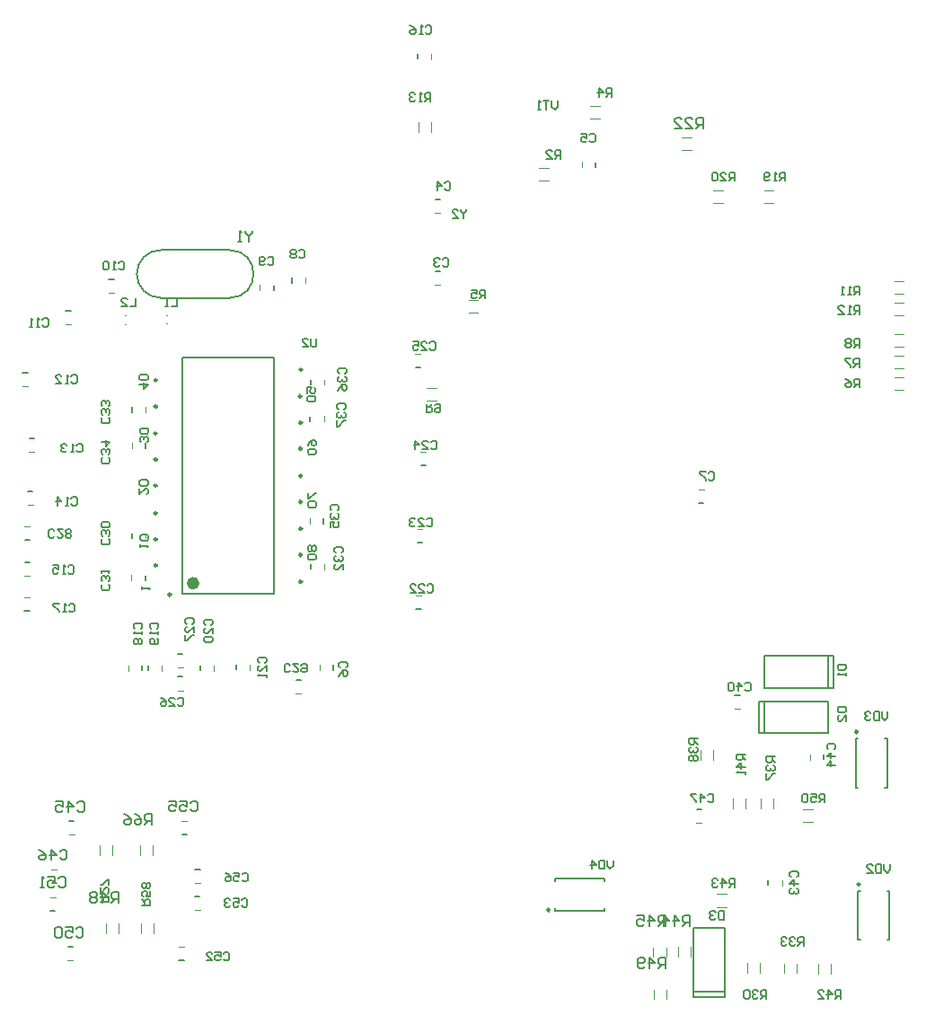
<source format=gbo>
G04 Layer_Color=32896*
%FSLAX43Y43*%
%MOMM*%
G71*
G01*
G75*
%ADD39C,0.200*%
%ADD42C,0.600*%
%ADD45C,0.250*%
%ADD67C,0.100*%
%ADD68C,0.102*%
%ADD71C,0.127*%
%ADD72C,0.152*%
D39*
X125600Y87625D02*
X127100D01*
X125600Y81625D02*
Y87625D01*
Y81625D02*
X128600D01*
Y87625D01*
X127100D02*
X128600D01*
X125600Y81125D02*
X128600D01*
Y81625D01*
X125600Y81125D02*
Y81625D01*
X77447Y141443D02*
X86047D01*
X77447Y119143D02*
X86047D01*
Y141443D01*
X77447Y119143D02*
Y141443D01*
X132300Y110275D02*
Y111775D01*
Y110275D02*
X138300D01*
Y113275D01*
X132300D02*
X138300D01*
X132300Y111775D02*
Y113275D01*
X138800Y110275D02*
Y113275D01*
X138300Y113275D02*
X138800Y113275D01*
X138300Y110275D02*
X138800Y110275D01*
X138275Y107500D02*
Y109000D01*
X132275Y109000D02*
X138275Y109000D01*
X132275Y106000D02*
Y109000D01*
Y106000D02*
X138275Y106000D01*
Y107500D01*
X131775Y106000D02*
Y109000D01*
Y106000D02*
X132275D01*
X131775Y109000D02*
X132275D01*
X141100Y91125D02*
X141100Y86525D01*
X144100D02*
X144100Y91125D01*
X141100D02*
X141325D01*
X141100Y86525D02*
X141325D01*
X143875Y91125D02*
X144100D01*
X143875Y86525D02*
X144100D01*
X140900Y105500D02*
X140900Y100900D01*
X143900D02*
X143900Y105500D01*
X140900D02*
X141125D01*
X140900Y100900D02*
X141125D01*
X143675Y105500D02*
X143900D01*
X143675Y100900D02*
X143900D01*
X112600Y89281D02*
X117200D01*
X112600Y92281D02*
X117200Y92281D01*
X112600Y89281D02*
Y89506D01*
X117200Y89281D02*
Y89506D01*
X112600Y92056D02*
Y92281D01*
X117200Y92056D02*
Y92281D01*
X74574Y97434D02*
Y98434D01*
X74075D01*
X73908Y98267D01*
Y97934D01*
X74075Y97768D01*
X74574D01*
X74241D02*
X73908Y97434D01*
X72908Y98434D02*
X73242Y98267D01*
X73575Y97934D01*
Y97601D01*
X73408Y97434D01*
X73075D01*
X72908Y97601D01*
Y97768D01*
X73075Y97934D01*
X73575D01*
X71909Y98434D02*
X72242Y98267D01*
X72575Y97934D01*
Y97601D01*
X72408Y97434D01*
X72075D01*
X71909Y97601D01*
Y97768D01*
X72075Y97934D01*
X72575D01*
X71399Y90068D02*
Y91068D01*
X70900D01*
X70733Y90901D01*
Y90568D01*
X70900Y90402D01*
X71399D01*
X71066D02*
X70733Y90068D01*
X69900D02*
Y91068D01*
X70400Y90568D01*
X69733D01*
X69400Y90901D02*
X69233Y91068D01*
X68900D01*
X68734Y90901D01*
Y90735D01*
X68900Y90568D01*
X68734Y90402D01*
Y90235D01*
X68900Y90068D01*
X69233D01*
X69400Y90235D01*
Y90402D01*
X69233Y90568D01*
X69400Y90735D01*
Y90901D01*
X69233Y90568D02*
X68900D01*
X78172Y99462D02*
X78339Y99629D01*
X78672D01*
X78839Y99462D01*
Y98796D01*
X78672Y98629D01*
X78339D01*
X78172Y98796D01*
X77173Y99629D02*
X77839D01*
Y99129D01*
X77506Y99295D01*
X77339D01*
X77173Y99129D01*
Y98796D01*
X77339Y98629D01*
X77673D01*
X77839Y98796D01*
X76173Y99629D02*
X76839D01*
Y99129D01*
X76506Y99295D01*
X76340D01*
X76173Y99129D01*
Y98796D01*
X76340Y98629D01*
X76673D01*
X76839Y98796D01*
X65753Y92283D02*
X65920Y92450D01*
X66253D01*
X66420Y92283D01*
Y91617D01*
X66253Y91450D01*
X65920D01*
X65753Y91617D01*
X64754Y92450D02*
X65420D01*
Y91950D01*
X65087Y92117D01*
X64920D01*
X64754Y91950D01*
Y91617D01*
X64920Y91450D01*
X65254D01*
X65420Y91617D01*
X64420Y91450D02*
X64087D01*
X64254D01*
Y92450D01*
X64420Y92283D01*
X67404Y87598D02*
X67571Y87765D01*
X67904D01*
X68071Y87598D01*
Y86932D01*
X67904Y86765D01*
X67571D01*
X67404Y86932D01*
X66405Y87765D02*
X67071D01*
Y87265D01*
X66738Y87432D01*
X66571D01*
X66405Y87265D01*
Y86932D01*
X66571Y86765D01*
X66905D01*
X67071Y86932D01*
X66071Y87598D02*
X65905Y87765D01*
X65572D01*
X65405Y87598D01*
Y86932D01*
X65572Y86765D01*
X65905D01*
X66071Y86932D01*
Y87598D01*
X65882Y94890D02*
X66049Y95057D01*
X66382D01*
X66549Y94890D01*
Y94224D01*
X66382Y94057D01*
X66049D01*
X65882Y94224D01*
X65049Y94057D02*
Y95057D01*
X65549Y94557D01*
X64883D01*
X63883Y95057D02*
X64216Y94890D01*
X64549Y94557D01*
Y94224D01*
X64383Y94057D01*
X64050D01*
X63883Y94224D01*
Y94390D01*
X64050Y94557D01*
X64549D01*
X67530Y99450D02*
X67696Y99617D01*
X68030D01*
X68196Y99450D01*
Y98784D01*
X68030Y98617D01*
X67696D01*
X67530Y98784D01*
X66697Y98617D02*
Y99617D01*
X67197Y99117D01*
X66530D01*
X65530Y99617D02*
X66197D01*
Y99117D01*
X65864Y99284D01*
X65697D01*
X65530Y99117D01*
Y98784D01*
X65697Y98617D01*
X66030D01*
X66197Y98784D01*
X84008Y153332D02*
Y153166D01*
X83675Y152833D01*
X83342Y153166D01*
Y153332D01*
X83675Y152833D02*
Y152333D01*
X83008D02*
X82675D01*
X82842D01*
Y153332D01*
X83008Y153166D01*
X106000Y147000D02*
Y147800D01*
X105600D01*
X105467Y147666D01*
Y147400D01*
X105600Y147267D01*
X106000D01*
X105733D02*
X105467Y147000D01*
X104667Y147800D02*
X105200D01*
Y147400D01*
X104934Y147533D01*
X104800D01*
X104667Y147400D01*
Y147133D01*
X104800Y147000D01*
X105067D01*
X105200Y147133D01*
X73025Y147028D02*
Y146228D01*
X72492D01*
X71692D02*
X72225D01*
X71692Y146761D01*
Y146894D01*
X71825Y147028D01*
X72092D01*
X72225Y146894D01*
X76911Y147053D02*
Y146253D01*
X76378D01*
X76111D02*
X75845D01*
X75978D01*
Y147053D01*
X76111Y146920D01*
X77834Y116317D02*
X77700Y116450D01*
Y116717D01*
X77834Y116850D01*
X78367D01*
X78500Y116717D01*
Y116450D01*
X78367Y116317D01*
X78500Y115517D02*
Y116050D01*
X77967Y115517D01*
X77834D01*
X77700Y115650D01*
Y115917D01*
X77834Y116050D01*
X77700Y115251D02*
Y114717D01*
X77834D01*
X78367Y115251D01*
X78500D01*
X76992Y109241D02*
X77125Y109375D01*
X77392D01*
X77525Y109241D01*
Y108708D01*
X77392Y108575D01*
X77125D01*
X76992Y108708D01*
X76192Y108575D02*
X76725D01*
X76192Y109108D01*
Y109241D01*
X76325Y109375D01*
X76592D01*
X76725Y109241D01*
X75392Y109375D02*
X75659Y109241D01*
X75926Y108975D01*
Y108708D01*
X75792Y108575D01*
X75526D01*
X75392Y108708D01*
Y108842D01*
X75526Y108975D01*
X75926D01*
X104216Y155384D02*
Y155251D01*
X103950Y154984D01*
X103683Y155251D01*
Y155384D01*
X103950Y154984D02*
Y154584D01*
X102883D02*
X103416D01*
X102883Y155118D01*
Y155251D01*
X103017Y155384D01*
X103283D01*
X103416Y155251D01*
X66967Y128141D02*
X67100Y128275D01*
X67367D01*
X67500Y128141D01*
Y127608D01*
X67367Y127475D01*
X67100D01*
X66967Y127608D01*
X66700Y127475D02*
X66434D01*
X66567D01*
Y128275D01*
X66700Y128141D01*
X65634Y127475D02*
Y128275D01*
X66034Y127875D01*
X65501D01*
X92309Y112192D02*
X92175Y112325D01*
Y112592D01*
X92309Y112725D01*
X92842D01*
X92975Y112592D01*
Y112325D01*
X92842Y112192D01*
X92175Y111392D02*
X92309Y111659D01*
X92575Y111925D01*
X92842D01*
X92975Y111792D01*
Y111525D01*
X92842Y111392D01*
X92708D01*
X92575Y111525D01*
Y111925D01*
X113081Y160172D02*
Y160972D01*
X112681D01*
X112548Y160839D01*
Y160572D01*
X112681Y160439D01*
X113081D01*
X112814D02*
X112548Y160172D01*
X111748D02*
X112281D01*
X111748Y160706D01*
Y160839D01*
X111881Y160972D01*
X112148D01*
X112281Y160839D01*
X73625Y89800D02*
X74425D01*
Y90200D01*
X74291Y90333D01*
X74025D01*
X73892Y90200D01*
Y89800D01*
Y90067D02*
X73625Y90333D01*
X74425Y91133D02*
Y90600D01*
X74025D01*
X74158Y90866D01*
Y91000D01*
X74025Y91133D01*
X73758D01*
X73625Y91000D01*
Y90733D01*
X73758Y90600D01*
X74291Y91399D02*
X74425Y91533D01*
Y91799D01*
X74291Y91933D01*
X74158D01*
X74025Y91799D01*
X73892Y91933D01*
X73758D01*
X73625Y91799D01*
Y91533D01*
X73758Y91399D01*
X73892D01*
X74025Y91533D01*
X74158Y91399D01*
X74291D01*
X74025Y91533D02*
Y91799D01*
X138000Y99500D02*
Y100300D01*
X137600D01*
X137467Y100166D01*
Y99900D01*
X137600Y99767D01*
X138000D01*
X137733D02*
X137467Y99500D01*
X136667Y100300D02*
X137200D01*
Y99900D01*
X136934Y100033D01*
X136800D01*
X136667Y99900D01*
Y99633D01*
X136800Y99500D01*
X137067D01*
X137200Y99633D01*
X136401Y100166D02*
X136267Y100300D01*
X136001D01*
X135867Y100166D01*
Y99633D01*
X136001Y99500D01*
X136267D01*
X136401Y99633D01*
Y100166D01*
X129500Y91500D02*
Y92300D01*
X129100D01*
X128967Y92166D01*
Y91900D01*
X129100Y91767D01*
X129500D01*
X129233D02*
X128967Y91500D01*
X128300D02*
Y92300D01*
X128700Y91900D01*
X128167D01*
X127901Y92166D02*
X127767Y92300D01*
X127501D01*
X127367Y92166D01*
Y92033D01*
X127501Y91900D01*
X127634D01*
X127501D01*
X127367Y91767D01*
Y91633D01*
X127501Y91500D01*
X127767D01*
X127901Y91633D01*
X139500Y81000D02*
Y81800D01*
X139100D01*
X138967Y81666D01*
Y81400D01*
X139100Y81267D01*
X139500D01*
X139233D02*
X138967Y81000D01*
X138300D02*
Y81800D01*
X138700Y81400D01*
X138167D01*
X137367Y81000D02*
X137901D01*
X137367Y81533D01*
Y81666D01*
X137501Y81800D01*
X137767D01*
X137901Y81666D01*
X130500Y104000D02*
X129700D01*
Y103600D01*
X129834Y103467D01*
X130100D01*
X130233Y103600D01*
Y104000D01*
Y103733D02*
X130500Y103467D01*
Y102800D02*
X129700D01*
X130100Y103200D01*
Y102667D01*
X130500Y102401D02*
Y102134D01*
Y102267D01*
X129700D01*
X129834Y102401D01*
X136000Y86000D02*
Y86800D01*
X135600D01*
X135467Y86666D01*
Y86400D01*
X135600Y86267D01*
X136000D01*
X135733D02*
X135467Y86000D01*
X135200Y86666D02*
X135067Y86800D01*
X134800D01*
X134667Y86666D01*
Y86533D01*
X134800Y86400D01*
X134934D01*
X134800D01*
X134667Y86267D01*
Y86133D01*
X134800Y86000D01*
X135067D01*
X135200Y86133D01*
X134401Y86666D02*
X134267Y86800D01*
X134001D01*
X133867Y86666D01*
Y86533D01*
X134001Y86400D01*
X134134D01*
X134001D01*
X133867Y86267D01*
Y86133D01*
X134001Y86000D01*
X134267D01*
X134401Y86133D01*
X100838Y165583D02*
Y166382D01*
X100438D01*
X100305Y166249D01*
Y165982D01*
X100438Y165849D01*
X100838D01*
X100571D02*
X100305Y165583D01*
X100038D02*
X99772D01*
X99905D01*
Y166382D01*
X100038Y166249D01*
X99372D02*
X99239Y166382D01*
X98972D01*
X98839Y166249D01*
Y166116D01*
X98972Y165982D01*
X99105D01*
X98972D01*
X98839Y165849D01*
Y165716D01*
X98972Y165583D01*
X99239D01*
X99372Y165716D01*
X126000Y105500D02*
X125200D01*
Y105100D01*
X125334Y104967D01*
X125600D01*
X125733Y105100D01*
Y105500D01*
Y105233D02*
X126000Y104967D01*
X125334Y104700D02*
X125200Y104567D01*
Y104300D01*
X125334Y104167D01*
X125467D01*
X125600Y104300D01*
Y104434D01*
Y104300D01*
X125733Y104167D01*
X125867D01*
X126000Y104300D01*
Y104567D01*
X125867Y104700D01*
X125334Y103901D02*
X125200Y103767D01*
Y103501D01*
X125334Y103367D01*
X125467D01*
X125600Y103501D01*
X125733Y103367D01*
X125867D01*
X126000Y103501D01*
Y103767D01*
X125867Y103901D01*
X125733D01*
X125600Y103767D01*
X125467Y103901D01*
X125334D01*
X125600Y103767D02*
Y103501D01*
X133300Y103800D02*
X132500D01*
Y103400D01*
X132634Y103267D01*
X132900D01*
X133033Y103400D01*
Y103800D01*
Y103533D02*
X133300Y103267D01*
X132634Y103000D02*
X132500Y102867D01*
Y102600D01*
X132634Y102467D01*
X132767D01*
X132900Y102600D01*
Y102734D01*
Y102600D01*
X133033Y102467D01*
X133167D01*
X133300Y102600D01*
Y102867D01*
X133167Y103000D01*
X132500Y102201D02*
Y101667D01*
X132634D01*
X133167Y102201D01*
X133300D01*
X132500Y81000D02*
Y81800D01*
X132100D01*
X131967Y81666D01*
Y81400D01*
X132100Y81267D01*
X132500D01*
X132233D02*
X131967Y81000D01*
X131700Y81666D02*
X131567Y81800D01*
X131300D01*
X131167Y81666D01*
Y81533D01*
X131300Y81400D01*
X131434D01*
X131300D01*
X131167Y81267D01*
Y81133D01*
X131300Y81000D01*
X131567D01*
X131700Y81133D01*
X130901Y81666D02*
X130767Y81800D01*
X130501D01*
X130367Y81666D01*
Y81133D01*
X130501Y81000D01*
X130767D01*
X130901Y81133D01*
Y81666D01*
X69725Y90100D02*
X70525D01*
Y90500D01*
X70391Y90633D01*
X70125D01*
X69992Y90500D01*
Y90100D01*
Y90367D02*
X69725Y90633D01*
Y91433D02*
Y90900D01*
X70258Y91433D01*
X70391D01*
X70525Y91300D01*
Y91033D01*
X70391Y90900D01*
X70525Y91699D02*
Y92233D01*
X70391D01*
X69858Y91699D01*
X69725D01*
X115824Y162388D02*
X115958Y162522D01*
X116224D01*
X116357Y162388D01*
Y161855D01*
X116224Y161722D01*
X115958D01*
X115824Y161855D01*
X115024Y162522D02*
X115558D01*
Y162122D01*
X115291Y162255D01*
X115158D01*
X115024Y162122D01*
Y161855D01*
X115158Y161722D01*
X115424D01*
X115558Y161855D01*
X83067Y92716D02*
X83200Y92850D01*
X83467D01*
X83600Y92716D01*
Y92183D01*
X83467Y92050D01*
X83200D01*
X83067Y92183D01*
X82267Y92850D02*
X82800D01*
Y92450D01*
X82534Y92583D01*
X82400D01*
X82267Y92450D01*
Y92183D01*
X82400Y92050D01*
X82667D01*
X82800Y92183D01*
X81467Y92850D02*
X81734Y92716D01*
X82001Y92450D01*
Y92183D01*
X81867Y92050D01*
X81601D01*
X81467Y92183D01*
Y92317D01*
X81601Y92450D01*
X82001D01*
X83017Y90291D02*
X83150Y90425D01*
X83417D01*
X83550Y90291D01*
Y89758D01*
X83417Y89625D01*
X83150D01*
X83017Y89758D01*
X82217Y90425D02*
X82750D01*
Y90025D01*
X82484Y90158D01*
X82350D01*
X82217Y90025D01*
Y89758D01*
X82350Y89625D01*
X82617D01*
X82750Y89758D01*
X81951Y90291D02*
X81817Y90425D01*
X81551D01*
X81417Y90291D01*
Y90158D01*
X81551Y90025D01*
X81684D01*
X81551D01*
X81417Y89892D01*
Y89758D01*
X81551Y89625D01*
X81817D01*
X81951Y89758D01*
X81317Y85241D02*
X81450Y85375D01*
X81717D01*
X81850Y85241D01*
Y84708D01*
X81717Y84575D01*
X81450D01*
X81317Y84708D01*
X80517Y85375D02*
X81050D01*
Y84975D01*
X80784Y85108D01*
X80650D01*
X80517Y84975D01*
Y84708D01*
X80650Y84575D01*
X80917D01*
X81050Y84708D01*
X79717Y84575D02*
X80251D01*
X79717Y85108D01*
Y85241D01*
X79851Y85375D01*
X80117D01*
X80251Y85241D01*
X126967Y100166D02*
X127100Y100300D01*
X127367D01*
X127500Y100166D01*
Y99633D01*
X127367Y99500D01*
X127100D01*
X126967Y99633D01*
X126300Y99500D02*
Y100300D01*
X126700Y99900D01*
X126167D01*
X125901Y100300D02*
X125367D01*
Y100166D01*
X125901Y99633D01*
Y99500D01*
X100356Y172599D02*
X100489Y172732D01*
X100756D01*
X100889Y172599D01*
Y172066D01*
X100756Y171933D01*
X100489D01*
X100356Y172066D01*
X100089Y171933D02*
X99822D01*
X99956D01*
Y172732D01*
X100089Y172599D01*
X98889Y172732D02*
X99156Y172599D01*
X99423Y172332D01*
Y172066D01*
X99289Y171933D01*
X99023D01*
X98889Y172066D01*
Y172199D01*
X99023Y172332D01*
X99423D01*
X134834Y92467D02*
X134700Y92600D01*
Y92867D01*
X134834Y93000D01*
X135367D01*
X135500Y92867D01*
Y92600D01*
X135367Y92467D01*
X135500Y91800D02*
X134700D01*
X135100Y92200D01*
Y91667D01*
X134834Y91401D02*
X134700Y91267D01*
Y91001D01*
X134834Y90867D01*
X134967D01*
X135100Y91001D01*
Y91134D01*
Y91001D01*
X135233Y90867D01*
X135367D01*
X135500Y91001D01*
Y91267D01*
X135367Y91401D01*
X138334Y104467D02*
X138200Y104600D01*
Y104867D01*
X138334Y105000D01*
X138867D01*
X139000Y104867D01*
Y104600D01*
X138867Y104467D01*
X139000Y103800D02*
X138200D01*
X138600Y104200D01*
Y103667D01*
X139000Y103001D02*
X138200D01*
X138600Y103401D01*
Y102867D01*
X130467Y110666D02*
X130600Y110800D01*
X130867D01*
X131000Y110666D01*
Y110133D01*
X130867Y110000D01*
X130600D01*
X130467Y110133D01*
X129800Y110000D02*
Y110800D01*
X130200Y110400D01*
X129667D01*
X129401Y110666D02*
X129267Y110800D01*
X129001D01*
X128867Y110666D01*
Y110133D01*
X129001Y110000D01*
X129267D01*
X129401Y110133D01*
Y110666D01*
X102159Y157867D02*
X102292Y158000D01*
X102559D01*
X102692Y157867D01*
Y157334D01*
X102559Y157201D01*
X102292D01*
X102159Y157334D01*
X101493Y157201D02*
Y158000D01*
X101892Y157600D01*
X101359D01*
X101967Y150666D02*
X102100Y150800D01*
X102367D01*
X102500Y150666D01*
Y150133D01*
X102367Y150000D01*
X102100D01*
X101967Y150133D01*
X101700Y150666D02*
X101567Y150800D01*
X101300D01*
X101167Y150666D01*
Y150533D01*
X101300Y150400D01*
X101434D01*
X101300D01*
X101167Y150267D01*
Y150133D01*
X101300Y150000D01*
X101567D01*
X101700Y150133D01*
X118034Y94018D02*
Y93485D01*
X117767Y93218D01*
X117501Y93485D01*
Y94018D01*
X117234D02*
Y93218D01*
X116834D01*
X116701Y93351D01*
Y93884D01*
X116834Y94018D01*
X117234D01*
X116034Y93218D02*
Y94018D01*
X116434Y93618D01*
X115901D01*
X143916Y108039D02*
Y107505D01*
X143650Y107239D01*
X143383Y107505D01*
Y108039D01*
X143117D02*
Y107239D01*
X142717D01*
X142583Y107372D01*
Y107905D01*
X142717Y108039D01*
X143117D01*
X142317Y107905D02*
X142184Y108039D01*
X141917D01*
X141784Y107905D01*
Y107772D01*
X141917Y107639D01*
X142050D01*
X141917D01*
X141784Y107505D01*
Y107372D01*
X141917Y107239D01*
X142184D01*
X142317Y107372D01*
X144120Y93662D02*
Y93129D01*
X143853Y92862D01*
X143586Y93129D01*
Y93662D01*
X143320D02*
Y92862D01*
X142920D01*
X142787Y92996D01*
Y93529D01*
X142920Y93662D01*
X143320D01*
X141987Y92862D02*
X142520D01*
X141987Y93396D01*
Y93529D01*
X142120Y93662D01*
X142387D01*
X142520Y93529D01*
X139200Y108500D02*
X140000D01*
Y108100D01*
X139867Y107967D01*
X139334D01*
X139200Y108100D01*
Y108500D01*
X140000Y107167D02*
Y107700D01*
X139467Y107167D01*
X139334D01*
X139200Y107300D01*
Y107567D01*
X139334Y107700D01*
X139200Y112500D02*
X140000D01*
Y112100D01*
X139867Y111967D01*
X139334D01*
X139200Y112100D01*
Y112500D01*
X140000Y111700D02*
Y111434D01*
Y111567D01*
X139200D01*
X139334Y111700D01*
X100754Y142779D02*
X100888Y142912D01*
X101154D01*
X101287Y142779D01*
Y142246D01*
X101154Y142113D01*
X100888D01*
X100754Y142246D01*
X99955Y142113D02*
X100488D01*
X99955Y142646D01*
Y142779D01*
X100088Y142912D01*
X100354D01*
X100488Y142779D01*
X99155Y142912D02*
X99688D01*
Y142512D01*
X99421Y142646D01*
X99288D01*
X99155Y142512D01*
Y142246D01*
X99288Y142113D01*
X99555D01*
X99688Y142246D01*
X100867Y133441D02*
X101000Y133575D01*
X101267D01*
X101400Y133441D01*
Y132908D01*
X101267Y132775D01*
X101000D01*
X100867Y132908D01*
X100067Y132775D02*
X100600D01*
X100067Y133308D01*
Y133441D01*
X100200Y133575D01*
X100467D01*
X100600Y133441D01*
X99401Y132775D02*
Y133575D01*
X99801Y133175D01*
X99267D01*
X100467Y126166D02*
X100600Y126300D01*
X100867D01*
X101000Y126166D01*
Y125633D01*
X100867Y125500D01*
X100600D01*
X100467Y125633D01*
X99667Y125500D02*
X100200D01*
X99667Y126033D01*
Y126166D01*
X99800Y126300D01*
X100067D01*
X100200Y126166D01*
X99401D02*
X99267Y126300D01*
X99001D01*
X98867Y126166D01*
Y126033D01*
X99001Y125900D01*
X99134D01*
X99001D01*
X98867Y125767D01*
Y125633D01*
X99001Y125500D01*
X99267D01*
X99401Y125633D01*
X100517Y119916D02*
X100650Y120050D01*
X100917D01*
X101050Y119916D01*
Y119383D01*
X100917Y119250D01*
X100650D01*
X100517Y119383D01*
X99717Y119250D02*
X100250D01*
X99717Y119783D01*
Y119916D01*
X99850Y120050D01*
X100117D01*
X100250Y119916D01*
X98917Y119250D02*
X99451D01*
X98917Y119783D01*
Y119916D01*
X99051Y120050D01*
X99317D01*
X99451Y119916D01*
X84684Y112642D02*
X84550Y112775D01*
Y113042D01*
X84684Y113175D01*
X85217D01*
X85350Y113042D01*
Y112775D01*
X85217Y112642D01*
X85350Y111842D02*
Y112375D01*
X84817Y111842D01*
X84684D01*
X84550Y111975D01*
Y112242D01*
X84684Y112375D01*
X85350Y111576D02*
Y111309D01*
Y111442D01*
X84550D01*
X84684Y111576D01*
X79634Y116192D02*
X79500Y116325D01*
Y116592D01*
X79634Y116725D01*
X80167D01*
X80300Y116592D01*
Y116325D01*
X80167Y116192D01*
X80300Y115392D02*
Y115925D01*
X79767Y115392D01*
X79634D01*
X79500Y115525D01*
Y115792D01*
X79634Y115925D01*
Y115126D02*
X79500Y114992D01*
Y114726D01*
X79634Y114592D01*
X80167D01*
X80300Y114726D01*
Y114992D01*
X80167Y115126D01*
X79634D01*
X74509Y115867D02*
X74375Y116000D01*
Y116267D01*
X74509Y116400D01*
X75042D01*
X75175Y116267D01*
Y116000D01*
X75042Y115867D01*
X75175Y115600D02*
Y115334D01*
Y115467D01*
X74375D01*
X74509Y115600D01*
X75042Y114934D02*
X75175Y114801D01*
Y114534D01*
X75042Y114401D01*
X74509D01*
X74375Y114534D01*
Y114801D01*
X74509Y114934D01*
X74642D01*
X74775Y114801D01*
Y114401D01*
X72984Y115842D02*
X72850Y115975D01*
Y116242D01*
X72984Y116375D01*
X73517D01*
X73650Y116242D01*
Y115975D01*
X73517Y115842D01*
X73650Y115575D02*
Y115309D01*
Y115442D01*
X72850D01*
X72984Y115575D01*
Y114909D02*
X72850Y114776D01*
Y114509D01*
X72984Y114376D01*
X73117D01*
X73250Y114509D01*
X73383Y114376D01*
X73517D01*
X73650Y114509D01*
Y114776D01*
X73517Y114909D01*
X73383D01*
X73250Y114776D01*
X73117Y114909D01*
X72984D01*
X73250Y114776D02*
Y114509D01*
X66742Y118091D02*
X66875Y118225D01*
X67142D01*
X67275Y118091D01*
Y117558D01*
X67142Y117425D01*
X66875D01*
X66742Y117558D01*
X66475Y117425D02*
X66209D01*
X66342D01*
Y118225D01*
X66475Y118091D01*
X65809Y118225D02*
X65276D01*
Y118091D01*
X65809Y117558D01*
Y117425D01*
X66667Y121716D02*
X66800Y121850D01*
X67067D01*
X67200Y121716D01*
Y121183D01*
X67067Y121050D01*
X66800D01*
X66667Y121183D01*
X66400Y121050D02*
X66134D01*
X66267D01*
Y121850D01*
X66400Y121716D01*
X65201Y121850D02*
X65734D01*
Y121450D01*
X65467Y121583D01*
X65334D01*
X65201Y121450D01*
Y121183D01*
X65334Y121050D01*
X65601D01*
X65734Y121183D01*
X67467Y133166D02*
X67600Y133300D01*
X67867D01*
X68000Y133166D01*
Y132633D01*
X67867Y132500D01*
X67600D01*
X67467Y132633D01*
X67200Y132500D02*
X66934D01*
X67067D01*
Y133300D01*
X67200Y133166D01*
X66534D02*
X66401Y133300D01*
X66134D01*
X66001Y133166D01*
Y133033D01*
X66134Y132900D01*
X66267D01*
X66134D01*
X66001Y132767D01*
Y132633D01*
X66134Y132500D01*
X66401D01*
X66534Y132633D01*
X66967Y139666D02*
X67100Y139800D01*
X67367D01*
X67500Y139666D01*
Y139133D01*
X67367Y139000D01*
X67100D01*
X66967Y139133D01*
X66700Y139000D02*
X66434D01*
X66567D01*
Y139800D01*
X66700Y139666D01*
X65501Y139000D02*
X66034D01*
X65501Y139533D01*
Y139666D01*
X65634Y139800D01*
X65901D01*
X66034Y139666D01*
X64242Y144991D02*
X64375Y145125D01*
X64642D01*
X64775Y144991D01*
Y144458D01*
X64642Y144325D01*
X64375D01*
X64242Y144458D01*
X63975Y144325D02*
X63709D01*
X63842D01*
Y145125D01*
X63975Y144991D01*
X63309Y144325D02*
X63042D01*
X63176D01*
Y145125D01*
X63309Y144991D01*
X71425Y150349D02*
X71558Y150482D01*
X71825D01*
X71958Y150349D01*
Y149815D01*
X71825Y149682D01*
X71558D01*
X71425Y149815D01*
X71158Y149682D02*
X70892D01*
X71025D01*
Y150482D01*
X71158Y150349D01*
X70492D02*
X70359Y150482D01*
X70092D01*
X69959Y150349D01*
Y149815D01*
X70092Y149682D01*
X70359D01*
X70492Y149815D01*
Y150349D01*
X85471Y150780D02*
X85605Y150914D01*
X85871D01*
X86004Y150780D01*
Y150247D01*
X85871Y150114D01*
X85605D01*
X85471Y150247D01*
X85205D02*
X85071Y150114D01*
X84805D01*
X84672Y150247D01*
Y150780D01*
X84805Y150914D01*
X85071D01*
X85205Y150780D01*
Y150647D01*
X85071Y150514D01*
X84672D01*
X88418Y151466D02*
X88551Y151600D01*
X88818D01*
X88951Y151466D01*
Y150933D01*
X88818Y150800D01*
X88551D01*
X88418Y150933D01*
X88151Y151466D02*
X88018Y151600D01*
X87751D01*
X87618Y151466D01*
Y151333D01*
X87751Y151200D01*
X87618Y151066D01*
Y150933D01*
X87751Y150800D01*
X88018D01*
X88151Y150933D01*
Y151066D01*
X88018Y151200D01*
X88151Y151333D01*
Y151466D01*
X88018Y151200D02*
X87751D01*
X127026Y130511D02*
X127159Y130645D01*
X127426D01*
X127559Y130511D01*
Y129978D01*
X127426Y129845D01*
X127159D01*
X127026Y129978D01*
X126759Y130645D02*
X126226D01*
Y130511D01*
X126759Y129978D01*
Y129845D01*
X141275Y145525D02*
Y146325D01*
X140875D01*
X140742Y146191D01*
Y145925D01*
X140875Y145792D01*
X141275D01*
X141008D02*
X140742Y145525D01*
X140475D02*
X140209D01*
X140342D01*
Y146325D01*
X140475Y146191D01*
X139276Y145525D02*
X139809D01*
X139276Y146058D01*
Y146191D01*
X139409Y146325D01*
X139676D01*
X139809Y146191D01*
X141275Y147325D02*
Y148125D01*
X140875D01*
X140742Y147991D01*
Y147725D01*
X140875Y147592D01*
X141275D01*
X141008D02*
X140742Y147325D01*
X140475D02*
X140209D01*
X140342D01*
Y148125D01*
X140475Y147991D01*
X139809Y147325D02*
X139542D01*
X139676D01*
Y148125D01*
X139809Y147991D01*
X141250Y140525D02*
Y141325D01*
X140850D01*
X140717Y141191D01*
Y140925D01*
X140850Y140792D01*
X141250D01*
X140983D02*
X140717Y140525D01*
X140450Y141325D02*
X139917D01*
Y141191D01*
X140450Y140658D01*
Y140525D01*
X141275Y138625D02*
Y139425D01*
X140875D01*
X140742Y139291D01*
Y139025D01*
X140875Y138892D01*
X141275D01*
X141008D02*
X140742Y138625D01*
X139942Y139425D02*
X140209Y139291D01*
X140475Y139025D01*
Y138758D01*
X140342Y138625D01*
X140075D01*
X139942Y138758D01*
Y138892D01*
X140075Y139025D01*
X140475D01*
X141275Y142375D02*
Y143175D01*
X140875D01*
X140742Y143041D01*
Y142775D01*
X140875Y142642D01*
X141275D01*
X141008D02*
X140742Y142375D01*
X140475Y143041D02*
X140342Y143175D01*
X140075D01*
X139942Y143041D01*
Y142908D01*
X140075Y142775D01*
X139942Y142642D01*
Y142508D01*
X140075Y142375D01*
X140342D01*
X140475Y142508D01*
Y142642D01*
X140342Y142775D01*
X140475Y142908D01*
Y143041D01*
X140342Y142775D02*
X140075D01*
X91909Y123017D02*
X91775Y123150D01*
Y123417D01*
X91909Y123550D01*
X92442D01*
X92575Y123417D01*
Y123150D01*
X92442Y123017D01*
X91909Y122750D02*
X91775Y122617D01*
Y122350D01*
X91909Y122217D01*
X92042D01*
X92175Y122350D01*
Y122484D01*
Y122350D01*
X92308Y122217D01*
X92442D01*
X92575Y122350D01*
Y122617D01*
X92442Y122750D01*
X92575Y121417D02*
Y121951D01*
X92042Y121417D01*
X91909D01*
X91775Y121551D01*
Y121817D01*
X91909Y121951D01*
X92159Y136542D02*
X92025Y136675D01*
Y136942D01*
X92159Y137075D01*
X92692D01*
X92825Y136942D01*
Y136675D01*
X92692Y136542D01*
X92159Y136275D02*
X92025Y136142D01*
Y135875D01*
X92159Y135742D01*
X92292D01*
X92425Y135875D01*
Y136009D01*
Y135875D01*
X92558Y135742D01*
X92692D01*
X92825Y135875D01*
Y136142D01*
X92692Y136275D01*
X92025Y135476D02*
Y134942D01*
X92159D01*
X92692Y135476D01*
X92825D01*
X92234Y139917D02*
X92100Y140050D01*
Y140317D01*
X92234Y140450D01*
X92767D01*
X92900Y140317D01*
Y140050D01*
X92767Y139917D01*
X92234Y139650D02*
X92100Y139517D01*
Y139250D01*
X92234Y139117D01*
X92367D01*
X92500Y139250D01*
Y139384D01*
Y139250D01*
X92633Y139117D01*
X92767D01*
X92900Y139250D01*
Y139517D01*
X92767Y139650D01*
X92100Y138317D02*
X92234Y138584D01*
X92500Y138851D01*
X92767D01*
X92900Y138717D01*
Y138451D01*
X92767Y138317D01*
X92633D01*
X92500Y138451D01*
Y138851D01*
X129489Y158064D02*
Y158864D01*
X129089D01*
X128956Y158731D01*
Y158464D01*
X129089Y158331D01*
X129489D01*
X129223D02*
X128956Y158064D01*
X128156D02*
X128689D01*
X128156Y158597D01*
Y158731D01*
X128290Y158864D01*
X128556D01*
X128689Y158731D01*
X127890D02*
X127756Y158864D01*
X127490D01*
X127357Y158731D01*
Y158197D01*
X127490Y158064D01*
X127756D01*
X127890Y158197D01*
Y158731D01*
X134264Y158064D02*
Y158864D01*
X133865D01*
X133731Y158731D01*
Y158464D01*
X133865Y158331D01*
X134264D01*
X133998D02*
X133731Y158064D01*
X133465D02*
X133198D01*
X133331D01*
Y158864D01*
X133465Y158731D01*
X132798Y158197D02*
X132665Y158064D01*
X132398D01*
X132265Y158197D01*
Y158731D01*
X132398Y158864D01*
X132665D01*
X132798Y158731D01*
Y158597D01*
X132665Y158464D01*
X132265D01*
X100425Y137047D02*
Y136247D01*
X100825D01*
X100958Y136381D01*
Y136647D01*
X100825Y136780D01*
X100425D01*
X100692D02*
X100958Y137047D01*
X101225Y136914D02*
X101358Y137047D01*
X101625D01*
X101758Y136914D01*
Y136381D01*
X101625Y136247D01*
X101358D01*
X101225Y136381D01*
Y136514D01*
X101358Y136647D01*
X101758D01*
X87583Y111884D02*
X87450Y111750D01*
X87183D01*
X87050Y111884D01*
Y112417D01*
X87183Y112550D01*
X87450D01*
X87583Y112417D01*
X88383Y112550D02*
X87850D01*
X88383Y112017D01*
Y111884D01*
X88250Y111750D01*
X87983D01*
X87850Y111884D01*
X88649Y112417D02*
X88783Y112550D01*
X89049D01*
X89183Y112417D01*
Y111884D01*
X89049Y111750D01*
X88783D01*
X88649Y111884D01*
Y112017D01*
X88783Y112150D01*
X89183D01*
X65358Y124559D02*
X65225Y124425D01*
X64958D01*
X64825Y124559D01*
Y125092D01*
X64958Y125225D01*
X65225D01*
X65358Y125092D01*
X66158Y125225D02*
X65625D01*
X66158Y124692D01*
Y124559D01*
X66025Y124425D01*
X65758D01*
X65625Y124559D01*
X66424D02*
X66558Y124425D01*
X66824D01*
X66958Y124559D01*
Y124692D01*
X66824Y124825D01*
X66958Y124958D01*
Y125092D01*
X66824Y125225D01*
X66558D01*
X66424Y125092D01*
Y124958D01*
X66558Y124825D01*
X66424Y124692D01*
Y124559D01*
X66558Y124825D02*
X66824D01*
X90068Y143218D02*
Y142551D01*
X89935Y142418D01*
X89669D01*
X89535Y142551D01*
Y143218D01*
X88735Y142418D02*
X89269D01*
X88735Y142951D01*
Y143084D01*
X88869Y143218D01*
X89135D01*
X89269Y143084D01*
X70466Y120033D02*
X70600Y119900D01*
Y119633D01*
X70466Y119500D01*
X69933D01*
X69800Y119633D01*
Y119900D01*
X69933Y120033D01*
X70466Y120300D02*
X70600Y120433D01*
Y120700D01*
X70466Y120833D01*
X70333D01*
X70200Y120700D01*
Y120566D01*
Y120700D01*
X70067Y120833D01*
X69933D01*
X69800Y120700D01*
Y120433D01*
X69933Y120300D01*
X69800Y121099D02*
Y121366D01*
Y121233D01*
X70600D01*
X70466Y121099D01*
X70466Y135758D02*
X70600Y135625D01*
Y135358D01*
X70466Y135225D01*
X69933D01*
X69800Y135358D01*
Y135625D01*
X69933Y135758D01*
X70466Y136025D02*
X70600Y136158D01*
Y136425D01*
X70466Y136558D01*
X70333D01*
X70200Y136425D01*
Y136291D01*
Y136425D01*
X70067Y136558D01*
X69933D01*
X69800Y136425D01*
Y136158D01*
X69933Y136025D01*
X70466Y136824D02*
X70600Y136958D01*
Y137224D01*
X70466Y137358D01*
X70333D01*
X70200Y137224D01*
Y137091D01*
Y137224D01*
X70067Y137358D01*
X69933D01*
X69800Y137224D01*
Y136958D01*
X69933Y136824D01*
X70466Y132008D02*
X70600Y131875D01*
Y131608D01*
X70466Y131475D01*
X69933D01*
X69800Y131608D01*
Y131875D01*
X69933Y132008D01*
X70466Y132275D02*
X70600Y132408D01*
Y132675D01*
X70466Y132808D01*
X70333D01*
X70200Y132675D01*
Y132541D01*
Y132675D01*
X70067Y132808D01*
X69933D01*
X69800Y132675D01*
Y132408D01*
X69933Y132275D01*
X69800Y133474D02*
X70600D01*
X70200Y133074D01*
Y133608D01*
X91506Y127010D02*
X91372Y127143D01*
Y127410D01*
X91506Y127543D01*
X92039D01*
X92172Y127410D01*
Y127143D01*
X92039Y127010D01*
X91506Y126743D02*
X91372Y126610D01*
Y126343D01*
X91506Y126210D01*
X91639D01*
X91772Y126343D01*
Y126477D01*
Y126343D01*
X91905Y126210D01*
X92039D01*
X92172Y126343D01*
Y126610D01*
X92039Y126743D01*
X91372Y125410D02*
Y125944D01*
X91772D01*
X91639Y125677D01*
Y125544D01*
X91772Y125410D01*
X92039D01*
X92172Y125544D01*
Y125810D01*
X92039Y125944D01*
X70466Y124333D02*
X70600Y124200D01*
Y123933D01*
X70466Y123800D01*
X69933D01*
X69800Y123933D01*
Y124200D01*
X69933Y124333D01*
X70466Y124600D02*
X70600Y124733D01*
Y125000D01*
X70466Y125133D01*
X70333D01*
X70200Y125000D01*
Y124866D01*
Y125000D01*
X70067Y125133D01*
X69933D01*
X69800Y125000D01*
Y124733D01*
X69933Y124600D01*
X70466Y125399D02*
X70600Y125533D01*
Y125799D01*
X70466Y125933D01*
X69933D01*
X69800Y125799D01*
Y125533D01*
X69933Y125399D01*
X70466D01*
X112801Y165620D02*
Y165087D01*
X112535Y164821D01*
X112268Y165087D01*
Y165620D01*
X112002D02*
X111468D01*
X111735D01*
Y164821D01*
X111202D02*
X110935D01*
X111069D01*
Y165620D01*
X111202Y165487D01*
X128499Y89243D02*
Y88443D01*
X128099D01*
X127965Y88576D01*
Y89109D01*
X128099Y89243D01*
X128499D01*
X127699Y89109D02*
X127566Y89243D01*
X127299D01*
X127166Y89109D01*
Y88976D01*
X127299Y88843D01*
X127432D01*
X127299D01*
X127166Y88709D01*
Y88576D01*
X127299Y88443D01*
X127566D01*
X127699Y88576D01*
X117907Y166014D02*
Y166814D01*
X117507D01*
X117374Y166681D01*
Y166414D01*
X117507Y166281D01*
X117907D01*
X117640D02*
X117374Y166014D01*
X116707D02*
Y166814D01*
X117107Y166414D01*
X116574D01*
X126517Y163017D02*
Y164017D01*
X126018D01*
X125851Y163850D01*
Y163517D01*
X126018Y163350D01*
X126517D01*
X126184D02*
X125851Y163017D01*
X124851D02*
X125518D01*
X124851Y163684D01*
Y163850D01*
X125018Y164017D01*
X125351D01*
X125518Y163850D01*
X123852Y163017D02*
X124518D01*
X123852Y163684D01*
Y163850D01*
X124018Y164017D01*
X124351D01*
X124518Y163850D01*
X125294Y87863D02*
Y88862D01*
X124794D01*
X124627Y88696D01*
Y88363D01*
X124794Y88196D01*
X125294D01*
X124961D02*
X124627Y87863D01*
X123794D02*
Y88862D01*
X124294Y88363D01*
X123628D01*
X122795Y87863D02*
Y88862D01*
X123294Y88363D01*
X122628D01*
X122964Y87832D02*
Y88832D01*
X122464D01*
X122298Y88665D01*
Y88332D01*
X122464Y88166D01*
X122964D01*
X122631D02*
X122298Y87832D01*
X121465D02*
Y88832D01*
X121965Y88332D01*
X121298D01*
X120298Y88832D02*
X120965D01*
Y88332D01*
X120632Y88499D01*
X120465D01*
X120298Y88332D01*
Y87999D01*
X120465Y87832D01*
X120798D01*
X120965Y87999D01*
X122998Y83872D02*
Y84871D01*
X122499D01*
X122332Y84705D01*
Y84371D01*
X122499Y84205D01*
X122998D01*
X122665D02*
X122332Y83872D01*
X121499D02*
Y84871D01*
X121999Y84371D01*
X121332D01*
X120999Y84038D02*
X120832Y83872D01*
X120499D01*
X120333Y84038D01*
Y84705D01*
X120499Y84871D01*
X120832D01*
X120999Y84705D01*
Y84538D01*
X120832Y84371D01*
X120333D01*
X89381Y123693D02*
X89247Y123560D01*
Y123293D01*
X89381Y123160D01*
X89514D01*
X89647Y123293D01*
X89781Y123160D01*
X89914D01*
X90047Y123293D01*
Y123560D01*
X89914Y123693D01*
X89781D01*
X89647Y123560D01*
X89514Y123693D01*
X89381D01*
X89647Y123560D02*
Y123293D01*
X89381Y122893D02*
X89247Y122760D01*
Y122493D01*
X89381Y122360D01*
X89914D01*
X90047Y122493D01*
Y122760D01*
X89914Y122893D01*
X89381D01*
X89272Y128643D02*
Y128110D01*
X89406D01*
X89939Y128643D01*
X90072D01*
X89406Y127843D02*
X89272Y127710D01*
Y127443D01*
X89406Y127310D01*
X89939D01*
X90072Y127443D01*
Y127710D01*
X89939Y127843D01*
X89406D01*
X89247Y133085D02*
X89381Y133351D01*
X89647Y133618D01*
X89914D01*
X90047Y133485D01*
Y133218D01*
X89914Y133085D01*
X89781D01*
X89647Y133218D01*
Y133618D01*
X89381Y132818D02*
X89247Y132685D01*
Y132418D01*
X89381Y132285D01*
X89914D01*
X90047Y132418D01*
Y132685D01*
X89914Y132818D01*
X89381D01*
X89197Y138060D02*
Y138593D01*
X89597D01*
X89464Y138326D01*
Y138193D01*
X89597Y138060D01*
X89864D01*
X89997Y138193D01*
Y138460D01*
X89864Y138593D01*
X89331Y137793D02*
X89197Y137660D01*
Y137393D01*
X89331Y137260D01*
X89864D01*
X89997Y137393D01*
Y137660D01*
X89864Y137793D01*
X89331D01*
X73397Y138893D02*
X74197D01*
X73797Y138493D01*
Y139026D01*
X74064Y139293D02*
X74197Y139426D01*
Y139693D01*
X74064Y139826D01*
X73530D01*
X73397Y139693D01*
Y139426D01*
X73530Y139293D01*
X74064D01*
X74089Y133443D02*
X74222Y133576D01*
Y133843D01*
X74089Y133976D01*
X73955D01*
X73822Y133843D01*
Y133710D01*
Y133843D01*
X73689Y133976D01*
X73555D01*
X73422Y133843D01*
Y133576D01*
X73555Y133443D01*
X74089Y134243D02*
X74222Y134376D01*
Y134643D01*
X74089Y134776D01*
X73555D01*
X73422Y134643D01*
Y134376D01*
X73555Y134243D01*
X74089D01*
X73397Y129076D02*
Y128543D01*
X73930Y129076D01*
X74064D01*
X74197Y128943D01*
Y128676D01*
X74064Y128543D01*
Y129343D02*
X74197Y129476D01*
Y129743D01*
X74064Y129876D01*
X73530D01*
X73397Y129743D01*
Y129476D01*
X73530Y129343D01*
X74064D01*
X73447Y123518D02*
Y123785D01*
Y123651D01*
X74247D01*
X74114Y123518D01*
Y124185D02*
X74247Y124318D01*
Y124584D01*
X74114Y124718D01*
X73580D01*
X73447Y124584D01*
Y124318D01*
X73580Y124185D01*
X74114D01*
X73622Y119568D02*
Y119835D01*
Y119701D01*
X74422D01*
X74289Y119568D01*
D42*
X78747Y120143D02*
G03*
X78747Y120143I-300J0D01*
G01*
D45*
X88697Y120293D02*
G03*
X88697Y120293I-125J0D01*
G01*
X88672Y122818D02*
G03*
X88672Y122818I-125J0D01*
G01*
X88697Y125293D02*
G03*
X88697Y125293I-125J0D01*
G01*
Y127818D02*
G03*
X88697Y127818I-125J0D01*
G01*
Y130268D02*
G03*
X88697Y130268I-125J0D01*
G01*
Y132843D02*
G03*
X88697Y132843I-125J0D01*
G01*
Y135293D02*
G03*
X88697Y135293I-125J0D01*
G01*
X88672Y137768D02*
G03*
X88672Y137768I-125J0D01*
G01*
X88722Y140293D02*
G03*
X88722Y140293I-125J0D01*
G01*
X75047Y139293D02*
G03*
X75047Y139293I-125J0D01*
G01*
Y136818D02*
G03*
X75047Y136818I-125J0D01*
G01*
X75022Y134268D02*
G03*
X75022Y134268I-125J0D01*
G01*
X75047Y131818D02*
G03*
X75047Y131818I-125J0D01*
G01*
X75022Y129343D02*
G03*
X75022Y129343I-125J0D01*
G01*
Y126743D02*
G03*
X75022Y126743I-125J0D01*
G01*
X75047Y124293D02*
G03*
X75047Y124293I-125J0D01*
G01*
X76372Y119093D02*
G03*
X76372Y119093I-125J0D01*
G01*
X75047Y121843D02*
G03*
X75047Y121843I-125J0D01*
G01*
X141300Y91775D02*
G03*
X141300Y91775I-125J0D01*
G01*
X141100Y106150D02*
G03*
X141100Y106150I-125J0D01*
G01*
X112075Y89356D02*
G03*
X112075Y89356I-125J0D01*
G01*
D67*
X66750Y96450D02*
X67250D01*
X115900Y163950D02*
X116800D01*
X115900Y165150D02*
X116800D01*
X73947Y124368D02*
Y124868D01*
X89422Y125768D02*
Y126268D01*
X72650Y132875D02*
Y133375D01*
X73972Y136268D02*
Y136768D01*
X72647Y120393D02*
Y120893D01*
X62550Y125475D02*
X63050D01*
X88125Y109775D02*
X88625D01*
X100450Y137325D02*
X101350D01*
X100450Y138525D02*
X101350D01*
X132275Y157200D02*
X133175D01*
X132275Y156000D02*
X133175D01*
X127500D02*
X128400D01*
X127500Y157200D02*
X128400D01*
X90781Y138843D02*
Y139343D01*
X90769Y135400D02*
Y135900D01*
X90772Y121468D02*
Y121968D01*
X144550Y142400D02*
X145450D01*
X144550Y143600D02*
X145450D01*
X144550Y138400D02*
X145450D01*
X144550Y139600D02*
X145450D01*
X144550Y140400D02*
X145450D01*
X144550Y141600D02*
X145450D01*
X144550Y148600D02*
X145450D01*
X144550Y147400D02*
X145450D01*
X144550Y145400D02*
X145450D01*
X144550Y146600D02*
X145450D01*
X126100Y128975D02*
X126600D01*
X89000Y148450D02*
Y148950D01*
X84750Y147750D02*
X84750Y148250D01*
X70500Y147525D02*
X71000D01*
X66425Y144575D02*
X66925D01*
X62375Y138750D02*
X62875D01*
X62975Y132500D02*
X63475D01*
X62550Y120825D02*
X63050D01*
X62525Y118800D02*
X63025D01*
X72350Y111900D02*
Y112400D01*
X75475Y111900D02*
Y112400D01*
X80400Y111900D02*
Y112400D01*
X83750Y112000D02*
Y112500D01*
X99450Y119025D02*
X99950D01*
X99575Y125275D02*
X100075D01*
X99900Y132575D02*
X100400D01*
X99400Y141800D02*
X99900D01*
X101250Y148250D02*
X101750D01*
X101250Y155050D02*
X101750D01*
X129500Y108325D02*
X130000D01*
X136575Y103525D02*
Y104025D01*
X133950Y91675D02*
Y92175D01*
X100925Y169575D02*
Y170075D01*
X125900Y97600D02*
X126400D01*
X77100Y85900D02*
X77600D01*
X78600Y89375D02*
X79100D01*
X78625Y91900D02*
X79125D01*
X115100Y159350D02*
Y159850D01*
X131875Y83425D02*
Y84325D01*
X130675Y83425D02*
Y84325D01*
X133175Y98950D02*
Y99850D01*
X131975Y98950D02*
Y99850D01*
X127500Y103500D02*
Y104400D01*
X126300Y103500D02*
Y104400D01*
X100875Y162675D02*
Y163575D01*
X99675Y162675D02*
Y163575D01*
X135325Y83400D02*
Y84300D01*
X134125Y83400D02*
Y84300D01*
X130500Y98950D02*
Y99850D01*
X129300Y98950D02*
Y99850D01*
X137375Y83375D02*
Y84275D01*
X138575Y83375D02*
Y84275D01*
X127800Y90850D02*
X128700D01*
X127800Y89650D02*
X128700D01*
X135925Y98825D02*
X136825D01*
X135925Y97625D02*
X136825D01*
X111075Y159325D02*
X111975D01*
X111075Y158125D02*
X111975D01*
X90350Y111975D02*
Y112475D01*
X62850Y127500D02*
X63350D01*
X76975Y110050D02*
X77475D01*
X76975Y112197D02*
X77475D01*
X75900Y145400D02*
X76000D01*
X75900Y144600D02*
X76000D01*
X72025Y144575D02*
X72125D01*
X72025Y145375D02*
X72125D01*
X104425Y145625D02*
X105325D01*
X104425Y146825D02*
X105325D01*
X65100Y93200D02*
X65600D01*
X64975Y90578D02*
X65475D01*
X66625Y84600D02*
X67125D01*
X70250Y87150D02*
Y88050D01*
X71450Y87150D02*
Y88050D01*
X74700Y87150D02*
Y88050D01*
X73500Y87150D02*
Y88050D01*
X77375Y97775D02*
X77875D01*
X74625Y94525D02*
Y95425D01*
X73425Y94525D02*
Y95425D01*
X124525Y162150D02*
X125425D01*
X124525Y160950D02*
X125425D01*
X69625Y94525D02*
Y95425D01*
X70825Y94525D02*
Y95425D01*
X123025Y84925D02*
Y85825D01*
X121825Y84925D02*
Y85825D01*
X125348Y84950D02*
Y85850D01*
X124148Y84950D02*
Y85850D01*
X121850Y80950D02*
Y81850D01*
X123050Y80950D02*
Y81850D01*
D68*
X112951Y160925D02*
G03*
X112951Y160925I-51J0D01*
G01*
D71*
X75400Y151550D02*
G03*
X75401Y147050I-10J-2250D01*
G01*
X81890Y147050D02*
G03*
X81890Y151550I0J2250D01*
G01*
X75401Y147050D02*
X81890Y147050D01*
X75400Y151550D02*
X81890Y151550D01*
D72*
X66775Y97725D02*
X67225D01*
X72672Y124393D02*
Y124843D01*
X90697Y125793D02*
Y126243D01*
X73925Y132900D02*
Y133350D01*
X72697Y136293D02*
Y136743D01*
X73922Y120418D02*
Y120868D01*
X62575Y124200D02*
X63025D01*
X88150Y111050D02*
X88600D01*
X89506Y138868D02*
Y139318D01*
X89494Y135425D02*
Y135875D01*
X89497Y121493D02*
Y121943D01*
X126125Y127700D02*
X126575D01*
X87725Y148475D02*
Y148925D01*
X86025Y147775D02*
Y148225D01*
X70525Y148800D02*
X70975D01*
X66450Y145850D02*
X66900D01*
X62400Y140025D02*
X62850D01*
X63000Y133775D02*
X63450D01*
X62575Y122100D02*
X63025D01*
X62550Y117525D02*
X63000D01*
X73625Y111925D02*
Y112375D01*
X74200Y111925D02*
Y112375D01*
X79125Y111925D02*
Y112375D01*
X82475Y112025D02*
Y112475D01*
X99475Y117750D02*
X99925D01*
X99600Y124000D02*
X100050D01*
X99925Y131300D02*
X100375D01*
X99425Y140525D02*
X99875D01*
X101275Y149525D02*
X101725D01*
X101275Y156325D02*
X101725D01*
X129525Y109600D02*
X129975D01*
X137850Y103550D02*
Y104000D01*
X132675Y91700D02*
Y92150D01*
X99650Y169600D02*
Y170050D01*
X125925Y98875D02*
X126375D01*
X77125Y84625D02*
X77575D01*
X78625Y90650D02*
X79075D01*
X78650Y93175D02*
X79100D01*
X116375Y159375D02*
Y159825D01*
X91625Y112000D02*
Y112450D01*
X62875Y128775D02*
X63325D01*
X77000Y111325D02*
X77450D01*
X77000Y113472D02*
X77450D01*
X65125Y91925D02*
X65575D01*
X65000Y89303D02*
X65450D01*
X66650Y85875D02*
X67100D01*
X77400Y96500D02*
X77850D01*
M02*

</source>
